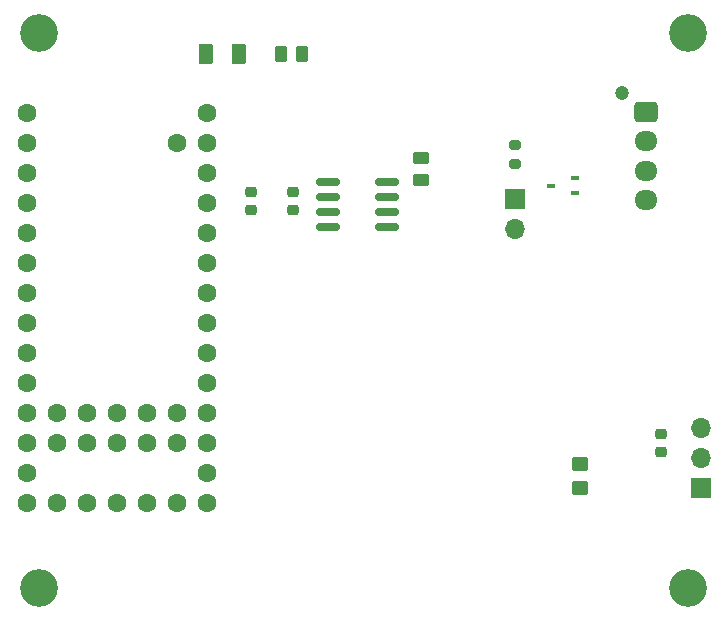
<source format=gbr>
G04 #@! TF.GenerationSoftware,KiCad,Pcbnew,7.0.8*
G04 #@! TF.CreationDate,2024-01-21T00:43:24-07:00*
G04 #@! TF.ProjectId,ONVEHICLE,4f4e5645-4849-4434-9c45-2e6b69636164,rev?*
G04 #@! TF.SameCoordinates,Original*
G04 #@! TF.FileFunction,Soldermask,Top*
G04 #@! TF.FilePolarity,Negative*
%FSLAX46Y46*%
G04 Gerber Fmt 4.6, Leading zero omitted, Abs format (unit mm)*
G04 Created by KiCad (PCBNEW 7.0.8) date 2024-01-21 00:43:24*
%MOMM*%
%LPD*%
G01*
G04 APERTURE LIST*
G04 Aperture macros list*
%AMRoundRect*
0 Rectangle with rounded corners*
0 $1 Rounding radius*
0 $2 $3 $4 $5 $6 $7 $8 $9 X,Y pos of 4 corners*
0 Add a 4 corners polygon primitive as box body*
4,1,4,$2,$3,$4,$5,$6,$7,$8,$9,$2,$3,0*
0 Add four circle primitives for the rounded corners*
1,1,$1+$1,$2,$3*
1,1,$1+$1,$4,$5*
1,1,$1+$1,$6,$7*
1,1,$1+$1,$8,$9*
0 Add four rect primitives between the rounded corners*
20,1,$1+$1,$2,$3,$4,$5,0*
20,1,$1+$1,$4,$5,$6,$7,0*
20,1,$1+$1,$6,$7,$8,$9,0*
20,1,$1+$1,$8,$9,$2,$3,0*%
G04 Aperture macros list end*
%ADD10RoundRect,0.225000X0.250000X-0.225000X0.250000X0.225000X-0.250000X0.225000X-0.250000X-0.225000X0*%
%ADD11C,3.200000*%
%ADD12RoundRect,0.250000X0.450000X-0.350000X0.450000X0.350000X-0.450000X0.350000X-0.450000X-0.350000X0*%
%ADD13RoundRect,0.250000X0.375000X0.625000X-0.375000X0.625000X-0.375000X-0.625000X0.375000X-0.625000X0*%
%ADD14RoundRect,0.250000X0.262500X0.450000X-0.262500X0.450000X-0.262500X-0.450000X0.262500X-0.450000X0*%
%ADD15R,0.700000X0.450000*%
%ADD16R,1.700000X1.700000*%
%ADD17O,1.700000X1.700000*%
%ADD18C,1.200000*%
%ADD19RoundRect,0.250000X-0.725000X0.600000X-0.725000X-0.600000X0.725000X-0.600000X0.725000X0.600000X0*%
%ADD20O,1.950000X1.700000*%
%ADD21RoundRect,0.150000X-0.825000X-0.150000X0.825000X-0.150000X0.825000X0.150000X-0.825000X0.150000X0*%
%ADD22C,1.600000*%
%ADD23RoundRect,0.250000X0.450000X-0.262500X0.450000X0.262500X-0.450000X0.262500X-0.450000X-0.262500X0*%
%ADD24RoundRect,0.200000X-0.275000X0.200000X-0.275000X-0.200000X0.275000X-0.200000X0.275000X0.200000X0*%
G04 APERTURE END LIST*
D10*
X187700000Y-107475000D03*
X187700000Y-105925000D03*
D11*
X135000000Y-119000000D03*
D12*
X180800000Y-110500000D03*
X180800000Y-108500000D03*
D11*
X135000000Y-72000000D03*
D13*
X152000000Y-73730000D03*
X149200000Y-73730000D03*
D14*
X157312500Y-73800000D03*
X155487500Y-73800000D03*
D11*
X190000000Y-119000000D03*
D15*
X180400000Y-85550000D03*
X180400000Y-84250000D03*
X178400000Y-84900000D03*
D16*
X175300000Y-86000000D03*
D17*
X175300000Y-88540000D03*
D11*
X190000000Y-72000000D03*
D10*
X153000000Y-87000000D03*
X153000000Y-85450000D03*
D18*
X184425000Y-77050000D03*
D19*
X186425000Y-78650000D03*
D20*
X186425000Y-81150000D03*
X186425000Y-83650000D03*
X186425000Y-86150000D03*
D21*
X159525000Y-84595000D03*
X159525000Y-85865000D03*
X159525000Y-87135000D03*
X159525000Y-88405000D03*
X164475000Y-88405000D03*
X164475000Y-87135000D03*
X164475000Y-85865000D03*
X164475000Y-84595000D03*
D10*
X156500000Y-87000000D03*
X156500000Y-85450000D03*
D22*
X134000000Y-78760000D03*
X134000000Y-81300000D03*
X134000000Y-83840000D03*
X134000000Y-86380000D03*
X134000000Y-88920000D03*
X134000000Y-91460000D03*
X134000000Y-94000000D03*
X134000000Y-96540000D03*
X134000000Y-99080000D03*
X134000000Y-101620000D03*
X134000000Y-104160000D03*
X134000000Y-106700000D03*
X134000000Y-109240000D03*
X134000000Y-111780000D03*
X136540000Y-111780000D03*
X139080000Y-111780000D03*
X141620000Y-111780000D03*
X144160000Y-111780000D03*
X146700000Y-111780000D03*
X149240000Y-111780000D03*
X149240000Y-109240000D03*
X149240000Y-106700000D03*
X149240000Y-104160000D03*
X149240000Y-101620000D03*
X149240000Y-99080000D03*
X149240000Y-96540000D03*
X149240000Y-94000000D03*
X149240000Y-91460000D03*
X149240000Y-88920000D03*
X149240000Y-86380000D03*
X149240000Y-83840000D03*
X149240000Y-81300000D03*
X149240000Y-78760000D03*
X146700000Y-81300000D03*
X146700000Y-106700000D03*
X146700000Y-104160000D03*
X144160000Y-106700000D03*
X144160000Y-104160000D03*
X141620000Y-106700000D03*
X141620000Y-104160000D03*
X139080000Y-106700000D03*
X139080000Y-104160000D03*
X136540000Y-106700000D03*
X136540000Y-104160000D03*
D23*
X167400000Y-84412500D03*
X167400000Y-82587500D03*
D16*
X191075000Y-110525000D03*
D17*
X191075000Y-107985000D03*
X191075000Y-105445000D03*
D24*
X175300000Y-81450000D03*
X175300000Y-83100000D03*
M02*

</source>
